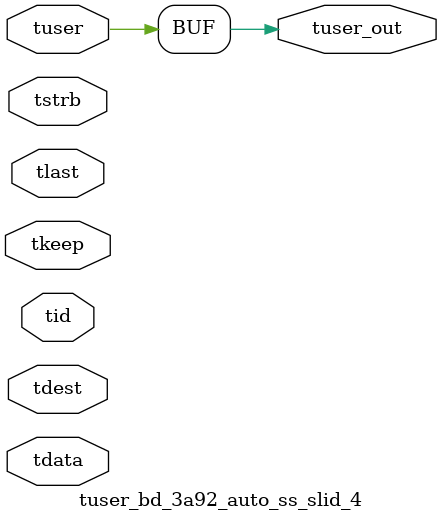
<source format=v>


`timescale 1ps/1ps

module tuser_bd_3a92_auto_ss_slid_4 #
(
parameter C_S_AXIS_TUSER_WIDTH = 1,
parameter C_S_AXIS_TDATA_WIDTH = 32,
parameter C_S_AXIS_TID_WIDTH   = 0,
parameter C_S_AXIS_TDEST_WIDTH = 0,
parameter C_M_AXIS_TUSER_WIDTH = 1
)
(
input  [(C_S_AXIS_TUSER_WIDTH == 0 ? 1 : C_S_AXIS_TUSER_WIDTH)-1:0     ] tuser,
input  [(C_S_AXIS_TDATA_WIDTH == 0 ? 1 : C_S_AXIS_TDATA_WIDTH)-1:0     ] tdata,
input  [(C_S_AXIS_TID_WIDTH   == 0 ? 1 : C_S_AXIS_TID_WIDTH)-1:0       ] tid,
input  [(C_S_AXIS_TDEST_WIDTH == 0 ? 1 : C_S_AXIS_TDEST_WIDTH)-1:0     ] tdest,
input  [(C_S_AXIS_TDATA_WIDTH/8)-1:0 ] tkeep,
input  [(C_S_AXIS_TDATA_WIDTH/8)-1:0 ] tstrb,
input                                                                    tlast,
output [C_M_AXIS_TUSER_WIDTH-1:0] tuser_out
);

assign tuser_out = {tuser[0:0]};

endmodule


</source>
